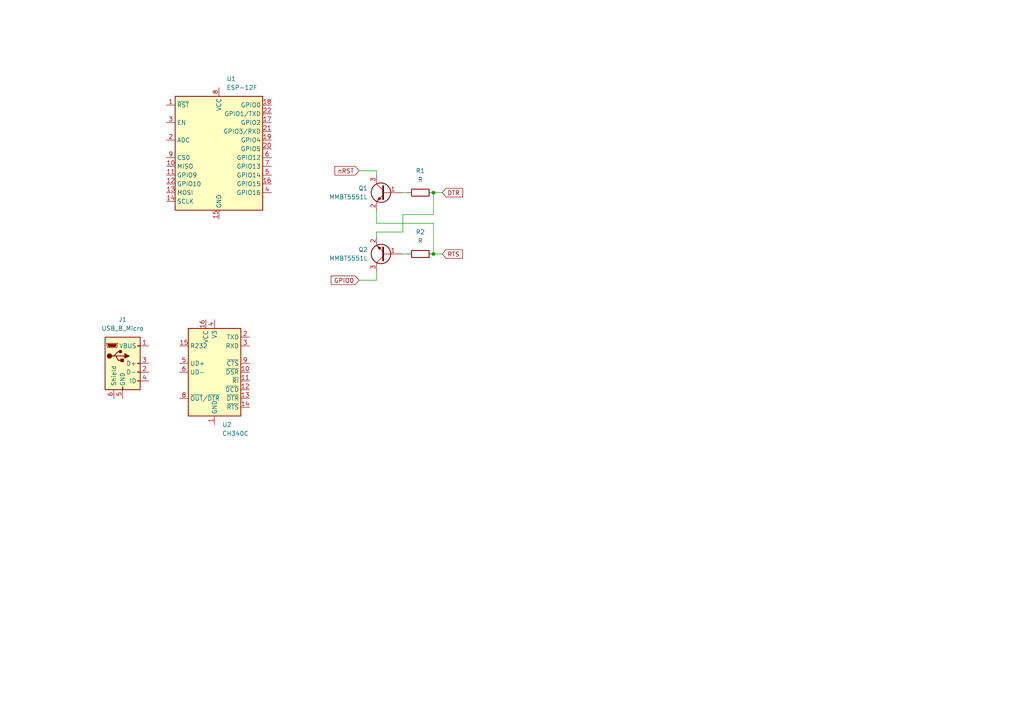
<source format=kicad_sch>
(kicad_sch
	(version 20231120)
	(generator "eeschema")
	(generator_version "8.0")
	(uuid "68bd4d4a-9222-4bca-8e8f-d733cf3bfe0f")
	(paper "A4")
	(lib_symbols
		(symbol "Connector:USB_B_Micro"
			(pin_names
				(offset 1.016)
			)
			(exclude_from_sim no)
			(in_bom yes)
			(on_board yes)
			(property "Reference" "J"
				(at -5.08 11.43 0)
				(effects
					(font
						(size 1.27 1.27)
					)
					(justify left)
				)
			)
			(property "Value" "USB_B_Micro"
				(at -5.08 8.89 0)
				(effects
					(font
						(size 1.27 1.27)
					)
					(justify left)
				)
			)
			(property "Footprint" ""
				(at 3.81 -1.27 0)
				(effects
					(font
						(size 1.27 1.27)
					)
					(hide yes)
				)
			)
			(property "Datasheet" "~"
				(at 3.81 -1.27 0)
				(effects
					(font
						(size 1.27 1.27)
					)
					(hide yes)
				)
			)
			(property "Description" "USB Micro Type B connector"
				(at 0 0 0)
				(effects
					(font
						(size 1.27 1.27)
					)
					(hide yes)
				)
			)
			(property "ki_keywords" "connector USB micro"
				(at 0 0 0)
				(effects
					(font
						(size 1.27 1.27)
					)
					(hide yes)
				)
			)
			(property "ki_fp_filters" "USB*"
				(at 0 0 0)
				(effects
					(font
						(size 1.27 1.27)
					)
					(hide yes)
				)
			)
			(symbol "USB_B_Micro_0_1"
				(rectangle
					(start -5.08 -7.62)
					(end 5.08 7.62)
					(stroke
						(width 0.254)
						(type default)
					)
					(fill
						(type background)
					)
				)
				(circle
					(center -3.81 2.159)
					(radius 0.635)
					(stroke
						(width 0.254)
						(type default)
					)
					(fill
						(type outline)
					)
				)
				(circle
					(center -0.635 3.429)
					(radius 0.381)
					(stroke
						(width 0.254)
						(type default)
					)
					(fill
						(type outline)
					)
				)
				(rectangle
					(start -0.127 -7.62)
					(end 0.127 -6.858)
					(stroke
						(width 0)
						(type default)
					)
					(fill
						(type none)
					)
				)
				(polyline
					(pts
						(xy -1.905 2.159) (xy 0.635 2.159)
					)
					(stroke
						(width 0.254)
						(type default)
					)
					(fill
						(type none)
					)
				)
				(polyline
					(pts
						(xy -3.175 2.159) (xy -2.54 2.159) (xy -1.27 3.429) (xy -0.635 3.429)
					)
					(stroke
						(width 0.254)
						(type default)
					)
					(fill
						(type none)
					)
				)
				(polyline
					(pts
						(xy -2.54 2.159) (xy -1.905 2.159) (xy -1.27 0.889) (xy 0 0.889)
					)
					(stroke
						(width 0.254)
						(type default)
					)
					(fill
						(type none)
					)
				)
				(polyline
					(pts
						(xy 0.635 2.794) (xy 0.635 1.524) (xy 1.905 2.159) (xy 0.635 2.794)
					)
					(stroke
						(width 0.254)
						(type default)
					)
					(fill
						(type outline)
					)
				)
				(polyline
					(pts
						(xy -4.318 5.588) (xy -1.778 5.588) (xy -2.032 4.826) (xy -4.064 4.826) (xy -4.318 5.588)
					)
					(stroke
						(width 0)
						(type default)
					)
					(fill
						(type outline)
					)
				)
				(polyline
					(pts
						(xy -4.699 5.842) (xy -4.699 5.588) (xy -4.445 4.826) (xy -4.445 4.572) (xy -1.651 4.572) (xy -1.651 4.826)
						(xy -1.397 5.588) (xy -1.397 5.842) (xy -4.699 5.842)
					)
					(stroke
						(width 0)
						(type default)
					)
					(fill
						(type none)
					)
				)
				(rectangle
					(start 0.254 1.27)
					(end -0.508 0.508)
					(stroke
						(width 0.254)
						(type default)
					)
					(fill
						(type outline)
					)
				)
				(rectangle
					(start 5.08 -5.207)
					(end 4.318 -4.953)
					(stroke
						(width 0)
						(type default)
					)
					(fill
						(type none)
					)
				)
				(rectangle
					(start 5.08 -2.667)
					(end 4.318 -2.413)
					(stroke
						(width 0)
						(type default)
					)
					(fill
						(type none)
					)
				)
				(rectangle
					(start 5.08 -0.127)
					(end 4.318 0.127)
					(stroke
						(width 0)
						(type default)
					)
					(fill
						(type none)
					)
				)
				(rectangle
					(start 5.08 4.953)
					(end 4.318 5.207)
					(stroke
						(width 0)
						(type default)
					)
					(fill
						(type none)
					)
				)
			)
			(symbol "USB_B_Micro_1_1"
				(pin power_out line
					(at 7.62 5.08 180)
					(length 2.54)
					(name "VBUS"
						(effects
							(font
								(size 1.27 1.27)
							)
						)
					)
					(number "1"
						(effects
							(font
								(size 1.27 1.27)
							)
						)
					)
				)
				(pin bidirectional line
					(at 7.62 -2.54 180)
					(length 2.54)
					(name "D-"
						(effects
							(font
								(size 1.27 1.27)
							)
						)
					)
					(number "2"
						(effects
							(font
								(size 1.27 1.27)
							)
						)
					)
				)
				(pin bidirectional line
					(at 7.62 0 180)
					(length 2.54)
					(name "D+"
						(effects
							(font
								(size 1.27 1.27)
							)
						)
					)
					(number "3"
						(effects
							(font
								(size 1.27 1.27)
							)
						)
					)
				)
				(pin passive line
					(at 7.62 -5.08 180)
					(length 2.54)
					(name "ID"
						(effects
							(font
								(size 1.27 1.27)
							)
						)
					)
					(number "4"
						(effects
							(font
								(size 1.27 1.27)
							)
						)
					)
				)
				(pin power_out line
					(at 0 -10.16 90)
					(length 2.54)
					(name "GND"
						(effects
							(font
								(size 1.27 1.27)
							)
						)
					)
					(number "5"
						(effects
							(font
								(size 1.27 1.27)
							)
						)
					)
				)
				(pin passive line
					(at -2.54 -10.16 90)
					(length 2.54)
					(name "Shield"
						(effects
							(font
								(size 1.27 1.27)
							)
						)
					)
					(number "6"
						(effects
							(font
								(size 1.27 1.27)
							)
						)
					)
				)
			)
		)
		(symbol "Device:R"
			(pin_numbers hide)
			(pin_names
				(offset 0)
			)
			(exclude_from_sim no)
			(in_bom yes)
			(on_board yes)
			(property "Reference" "R"
				(at 2.032 0 90)
				(effects
					(font
						(size 1.27 1.27)
					)
				)
			)
			(property "Value" "R"
				(at 0 0 90)
				(effects
					(font
						(size 1.27 1.27)
					)
				)
			)
			(property "Footprint" ""
				(at -1.778 0 90)
				(effects
					(font
						(size 1.27 1.27)
					)
					(hide yes)
				)
			)
			(property "Datasheet" "~"
				(at 0 0 0)
				(effects
					(font
						(size 1.27 1.27)
					)
					(hide yes)
				)
			)
			(property "Description" "Resistor"
				(at 0 0 0)
				(effects
					(font
						(size 1.27 1.27)
					)
					(hide yes)
				)
			)
			(property "ki_keywords" "R res resistor"
				(at 0 0 0)
				(effects
					(font
						(size 1.27 1.27)
					)
					(hide yes)
				)
			)
			(property "ki_fp_filters" "R_*"
				(at 0 0 0)
				(effects
					(font
						(size 1.27 1.27)
					)
					(hide yes)
				)
			)
			(symbol "R_0_1"
				(rectangle
					(start -1.016 -2.54)
					(end 1.016 2.54)
					(stroke
						(width 0.254)
						(type default)
					)
					(fill
						(type none)
					)
				)
			)
			(symbol "R_1_1"
				(pin passive line
					(at 0 3.81 270)
					(length 1.27)
					(name "~"
						(effects
							(font
								(size 1.27 1.27)
							)
						)
					)
					(number "1"
						(effects
							(font
								(size 1.27 1.27)
							)
						)
					)
				)
				(pin passive line
					(at 0 -3.81 90)
					(length 1.27)
					(name "~"
						(effects
							(font
								(size 1.27 1.27)
							)
						)
					)
					(number "2"
						(effects
							(font
								(size 1.27 1.27)
							)
						)
					)
				)
			)
		)
		(symbol "Interface_USB:CH340C"
			(exclude_from_sim no)
			(in_bom yes)
			(on_board yes)
			(property "Reference" "U"
				(at -5.08 13.97 0)
				(effects
					(font
						(size 1.27 1.27)
					)
					(justify right)
				)
			)
			(property "Value" "CH340C"
				(at 1.27 13.97 0)
				(effects
					(font
						(size 1.27 1.27)
					)
					(justify left)
				)
			)
			(property "Footprint" "Package_SO:SOIC-16_3.9x9.9mm_P1.27mm"
				(at 1.27 -13.97 0)
				(effects
					(font
						(size 1.27 1.27)
					)
					(justify left)
					(hide yes)
				)
			)
			(property "Datasheet" "https://datasheet.lcsc.com/szlcsc/Jiangsu-Qin-Heng-CH340C_C84681.pdf"
				(at -8.89 20.32 0)
				(effects
					(font
						(size 1.27 1.27)
					)
					(hide yes)
				)
			)
			(property "Description" "USB serial converter, UART, SOIC-16"
				(at 0 0 0)
				(effects
					(font
						(size 1.27 1.27)
					)
					(hide yes)
				)
			)
			(property "ki_keywords" "USB UART Serial Converter Interface"
				(at 0 0 0)
				(effects
					(font
						(size 1.27 1.27)
					)
					(hide yes)
				)
			)
			(property "ki_fp_filters" "SOIC*3.9x9.9mm*P1.27mm*"
				(at 0 0 0)
				(effects
					(font
						(size 1.27 1.27)
					)
					(hide yes)
				)
			)
			(symbol "CH340C_0_1"
				(rectangle
					(start -7.62 12.7)
					(end 7.62 -12.7)
					(stroke
						(width 0.254)
						(type default)
					)
					(fill
						(type background)
					)
				)
			)
			(symbol "CH340C_1_1"
				(pin power_in line
					(at 0 -15.24 90)
					(length 2.54)
					(name "GND"
						(effects
							(font
								(size 1.27 1.27)
							)
						)
					)
					(number "1"
						(effects
							(font
								(size 1.27 1.27)
							)
						)
					)
				)
				(pin input line
					(at 10.16 0 180)
					(length 2.54)
					(name "~{DSR}"
						(effects
							(font
								(size 1.27 1.27)
							)
						)
					)
					(number "10"
						(effects
							(font
								(size 1.27 1.27)
							)
						)
					)
				)
				(pin input line
					(at 10.16 -2.54 180)
					(length 2.54)
					(name "~{RI}"
						(effects
							(font
								(size 1.27 1.27)
							)
						)
					)
					(number "11"
						(effects
							(font
								(size 1.27 1.27)
							)
						)
					)
				)
				(pin input line
					(at 10.16 -5.08 180)
					(length 2.54)
					(name "~{DCD}"
						(effects
							(font
								(size 1.27 1.27)
							)
						)
					)
					(number "12"
						(effects
							(font
								(size 1.27 1.27)
							)
						)
					)
				)
				(pin output line
					(at 10.16 -7.62 180)
					(length 2.54)
					(name "~{DTR}"
						(effects
							(font
								(size 1.27 1.27)
							)
						)
					)
					(number "13"
						(effects
							(font
								(size 1.27 1.27)
							)
						)
					)
				)
				(pin output line
					(at 10.16 -10.16 180)
					(length 2.54)
					(name "~{RTS}"
						(effects
							(font
								(size 1.27 1.27)
							)
						)
					)
					(number "14"
						(effects
							(font
								(size 1.27 1.27)
							)
						)
					)
				)
				(pin input line
					(at -10.16 7.62 0)
					(length 2.54)
					(name "R232"
						(effects
							(font
								(size 1.27 1.27)
							)
						)
					)
					(number "15"
						(effects
							(font
								(size 1.27 1.27)
							)
						)
					)
				)
				(pin power_in line
					(at -2.54 15.24 270)
					(length 2.54)
					(name "VCC"
						(effects
							(font
								(size 1.27 1.27)
							)
						)
					)
					(number "16"
						(effects
							(font
								(size 1.27 1.27)
							)
						)
					)
				)
				(pin output line
					(at 10.16 10.16 180)
					(length 2.54)
					(name "TXD"
						(effects
							(font
								(size 1.27 1.27)
							)
						)
					)
					(number "2"
						(effects
							(font
								(size 1.27 1.27)
							)
						)
					)
				)
				(pin input line
					(at 10.16 7.62 180)
					(length 2.54)
					(name "RXD"
						(effects
							(font
								(size 1.27 1.27)
							)
						)
					)
					(number "3"
						(effects
							(font
								(size 1.27 1.27)
							)
						)
					)
				)
				(pin power_out line
					(at 0 15.24 270)
					(length 2.54)
					(name "V3"
						(effects
							(font
								(size 1.27 1.27)
							)
						)
					)
					(number "4"
						(effects
							(font
								(size 1.27 1.27)
							)
						)
					)
				)
				(pin bidirectional line
					(at -10.16 2.54 0)
					(length 2.54)
					(name "UD+"
						(effects
							(font
								(size 1.27 1.27)
							)
						)
					)
					(number "5"
						(effects
							(font
								(size 1.27 1.27)
							)
						)
					)
				)
				(pin bidirectional line
					(at -10.16 0 0)
					(length 2.54)
					(name "UD-"
						(effects
							(font
								(size 1.27 1.27)
							)
						)
					)
					(number "6"
						(effects
							(font
								(size 1.27 1.27)
							)
						)
					)
				)
				(pin no_connect line
					(at -7.62 -5.08 0)
					(length 2.54) hide
					(name "NC"
						(effects
							(font
								(size 1.27 1.27)
							)
						)
					)
					(number "7"
						(effects
							(font
								(size 1.27 1.27)
							)
						)
					)
				)
				(pin output line
					(at -10.16 -7.62 0)
					(length 2.54)
					(name "~{OUT}/~{DTR}"
						(effects
							(font
								(size 1.27 1.27)
							)
						)
					)
					(number "8"
						(effects
							(font
								(size 1.27 1.27)
							)
						)
					)
				)
				(pin input line
					(at 10.16 2.54 180)
					(length 2.54)
					(name "~{CTS}"
						(effects
							(font
								(size 1.27 1.27)
							)
						)
					)
					(number "9"
						(effects
							(font
								(size 1.27 1.27)
							)
						)
					)
				)
			)
		)
		(symbol "RF_Module:ESP-12F"
			(exclude_from_sim no)
			(in_bom yes)
			(on_board yes)
			(property "Reference" "U"
				(at -12.7 19.05 0)
				(effects
					(font
						(size 1.27 1.27)
					)
					(justify left)
				)
			)
			(property "Value" "ESP-12F"
				(at 12.7 19.05 0)
				(effects
					(font
						(size 1.27 1.27)
					)
					(justify right)
				)
			)
			(property "Footprint" "RF_Module:ESP-12E"
				(at 0 0 0)
				(effects
					(font
						(size 1.27 1.27)
					)
					(hide yes)
				)
			)
			(property "Datasheet" "http://wiki.ai-thinker.com/_media/esp8266/esp8266_series_modules_user_manual_v1.1.pdf"
				(at -8.89 2.54 0)
				(effects
					(font
						(size 1.27 1.27)
					)
					(hide yes)
				)
			)
			(property "Description" "802.11 b/g/n Wi-Fi Module"
				(at 0 0 0)
				(effects
					(font
						(size 1.27 1.27)
					)
					(hide yes)
				)
			)
			(property "ki_keywords" "802.11 Wi-Fi"
				(at 0 0 0)
				(effects
					(font
						(size 1.27 1.27)
					)
					(hide yes)
				)
			)
			(property "ki_fp_filters" "ESP?12*"
				(at 0 0 0)
				(effects
					(font
						(size 1.27 1.27)
					)
					(hide yes)
				)
			)
			(symbol "ESP-12F_0_1"
				(rectangle
					(start -12.7 17.78)
					(end 12.7 -15.24)
					(stroke
						(width 0.254)
						(type default)
					)
					(fill
						(type background)
					)
				)
			)
			(symbol "ESP-12F_1_1"
				(pin input line
					(at -15.24 15.24 0)
					(length 2.54)
					(name "~{RST}"
						(effects
							(font
								(size 1.27 1.27)
							)
						)
					)
					(number "1"
						(effects
							(font
								(size 1.27 1.27)
							)
						)
					)
				)
				(pin bidirectional line
					(at -15.24 -2.54 0)
					(length 2.54)
					(name "MISO"
						(effects
							(font
								(size 1.27 1.27)
							)
						)
					)
					(number "10"
						(effects
							(font
								(size 1.27 1.27)
							)
						)
					)
				)
				(pin bidirectional line
					(at -15.24 -5.08 0)
					(length 2.54)
					(name "GPIO9"
						(effects
							(font
								(size 1.27 1.27)
							)
						)
					)
					(number "11"
						(effects
							(font
								(size 1.27 1.27)
							)
						)
					)
				)
				(pin bidirectional line
					(at -15.24 -7.62 0)
					(length 2.54)
					(name "GPIO10"
						(effects
							(font
								(size 1.27 1.27)
							)
						)
					)
					(number "12"
						(effects
							(font
								(size 1.27 1.27)
							)
						)
					)
				)
				(pin bidirectional line
					(at -15.24 -10.16 0)
					(length 2.54)
					(name "MOSI"
						(effects
							(font
								(size 1.27 1.27)
							)
						)
					)
					(number "13"
						(effects
							(font
								(size 1.27 1.27)
							)
						)
					)
				)
				(pin bidirectional line
					(at -15.24 -12.7 0)
					(length 2.54)
					(name "SCLK"
						(effects
							(font
								(size 1.27 1.27)
							)
						)
					)
					(number "14"
						(effects
							(font
								(size 1.27 1.27)
							)
						)
					)
				)
				(pin power_in line
					(at 0 -17.78 90)
					(length 2.54)
					(name "GND"
						(effects
							(font
								(size 1.27 1.27)
							)
						)
					)
					(number "15"
						(effects
							(font
								(size 1.27 1.27)
							)
						)
					)
				)
				(pin bidirectional line
					(at 15.24 -7.62 180)
					(length 2.54)
					(name "GPIO15"
						(effects
							(font
								(size 1.27 1.27)
							)
						)
					)
					(number "16"
						(effects
							(font
								(size 1.27 1.27)
							)
						)
					)
				)
				(pin bidirectional line
					(at 15.24 10.16 180)
					(length 2.54)
					(name "GPIO2"
						(effects
							(font
								(size 1.27 1.27)
							)
						)
					)
					(number "17"
						(effects
							(font
								(size 1.27 1.27)
							)
						)
					)
				)
				(pin bidirectional line
					(at 15.24 15.24 180)
					(length 2.54)
					(name "GPIO0"
						(effects
							(font
								(size 1.27 1.27)
							)
						)
					)
					(number "18"
						(effects
							(font
								(size 1.27 1.27)
							)
						)
					)
				)
				(pin bidirectional line
					(at 15.24 5.08 180)
					(length 2.54)
					(name "GPIO4"
						(effects
							(font
								(size 1.27 1.27)
							)
						)
					)
					(number "19"
						(effects
							(font
								(size 1.27 1.27)
							)
						)
					)
				)
				(pin input line
					(at -15.24 5.08 0)
					(length 2.54)
					(name "ADC"
						(effects
							(font
								(size 1.27 1.27)
							)
						)
					)
					(number "2"
						(effects
							(font
								(size 1.27 1.27)
							)
						)
					)
				)
				(pin bidirectional line
					(at 15.24 2.54 180)
					(length 2.54)
					(name "GPIO5"
						(effects
							(font
								(size 1.27 1.27)
							)
						)
					)
					(number "20"
						(effects
							(font
								(size 1.27 1.27)
							)
						)
					)
				)
				(pin bidirectional line
					(at 15.24 7.62 180)
					(length 2.54)
					(name "GPIO3/RXD"
						(effects
							(font
								(size 1.27 1.27)
							)
						)
					)
					(number "21"
						(effects
							(font
								(size 1.27 1.27)
							)
						)
					)
				)
				(pin bidirectional line
					(at 15.24 12.7 180)
					(length 2.54)
					(name "GPIO1/TXD"
						(effects
							(font
								(size 1.27 1.27)
							)
						)
					)
					(number "22"
						(effects
							(font
								(size 1.27 1.27)
							)
						)
					)
				)
				(pin input line
					(at -15.24 10.16 0)
					(length 2.54)
					(name "EN"
						(effects
							(font
								(size 1.27 1.27)
							)
						)
					)
					(number "3"
						(effects
							(font
								(size 1.27 1.27)
							)
						)
					)
				)
				(pin bidirectional line
					(at 15.24 -10.16 180)
					(length 2.54)
					(name "GPIO16"
						(effects
							(font
								(size 1.27 1.27)
							)
						)
					)
					(number "4"
						(effects
							(font
								(size 1.27 1.27)
							)
						)
					)
				)
				(pin bidirectional line
					(at 15.24 -5.08 180)
					(length 2.54)
					(name "GPIO14"
						(effects
							(font
								(size 1.27 1.27)
							)
						)
					)
					(number "5"
						(effects
							(font
								(size 1.27 1.27)
							)
						)
					)
				)
				(pin bidirectional line
					(at 15.24 0 180)
					(length 2.54)
					(name "GPIO12"
						(effects
							(font
								(size 1.27 1.27)
							)
						)
					)
					(number "6"
						(effects
							(font
								(size 1.27 1.27)
							)
						)
					)
				)
				(pin bidirectional line
					(at 15.24 -2.54 180)
					(length 2.54)
					(name "GPIO13"
						(effects
							(font
								(size 1.27 1.27)
							)
						)
					)
					(number "7"
						(effects
							(font
								(size 1.27 1.27)
							)
						)
					)
				)
				(pin power_in line
					(at 0 20.32 270)
					(length 2.54)
					(name "VCC"
						(effects
							(font
								(size 1.27 1.27)
							)
						)
					)
					(number "8"
						(effects
							(font
								(size 1.27 1.27)
							)
						)
					)
				)
				(pin input line
					(at -15.24 0 0)
					(length 2.54)
					(name "CS0"
						(effects
							(font
								(size 1.27 1.27)
							)
						)
					)
					(number "9"
						(effects
							(font
								(size 1.27 1.27)
							)
						)
					)
				)
			)
		)
		(symbol "Transistor_BJT:MMBT5551L"
			(pin_names
				(offset 0) hide)
			(exclude_from_sim no)
			(in_bom yes)
			(on_board yes)
			(property "Reference" "Q"
				(at 5.08 1.905 0)
				(effects
					(font
						(size 1.27 1.27)
					)
					(justify left)
				)
			)
			(property "Value" "MMBT5551L"
				(at 5.08 0 0)
				(effects
					(font
						(size 1.27 1.27)
					)
					(justify left)
				)
			)
			(property "Footprint" "Package_TO_SOT_SMD:SOT-23"
				(at 5.08 -1.905 0)
				(effects
					(font
						(size 1.27 1.27)
						(italic yes)
					)
					(justify left)
					(hide yes)
				)
			)
			(property "Datasheet" "www.onsemi.com/pub/Collateral/MMBT5550LT1-D.PDF"
				(at 0 0 0)
				(effects
					(font
						(size 1.27 1.27)
					)
					(justify left)
					(hide yes)
				)
			)
			(property "Description" "0.6A Ic, 160V Vce, NPN Transistor, SOT-23"
				(at 0 0 0)
				(effects
					(font
						(size 1.27 1.27)
					)
					(hide yes)
				)
			)
			(property "ki_keywords" "NPN Transistor"
				(at 0 0 0)
				(effects
					(font
						(size 1.27 1.27)
					)
					(hide yes)
				)
			)
			(property "ki_fp_filters" "SOT?23*"
				(at 0 0 0)
				(effects
					(font
						(size 1.27 1.27)
					)
					(hide yes)
				)
			)
			(symbol "MMBT5551L_0_1"
				(polyline
					(pts
						(xy 0.635 0.635) (xy 2.54 2.54)
					)
					(stroke
						(width 0)
						(type default)
					)
					(fill
						(type none)
					)
				)
				(polyline
					(pts
						(xy 0.635 -0.635) (xy 2.54 -2.54) (xy 2.54 -2.54)
					)
					(stroke
						(width 0)
						(type default)
					)
					(fill
						(type none)
					)
				)
				(polyline
					(pts
						(xy 0.635 1.905) (xy 0.635 -1.905) (xy 0.635 -1.905)
					)
					(stroke
						(width 0.508)
						(type default)
					)
					(fill
						(type none)
					)
				)
				(polyline
					(pts
						(xy 1.27 -1.778) (xy 1.778 -1.27) (xy 2.286 -2.286) (xy 1.27 -1.778) (xy 1.27 -1.778)
					)
					(stroke
						(width 0)
						(type default)
					)
					(fill
						(type outline)
					)
				)
				(circle
					(center 1.27 0)
					(radius 2.8194)
					(stroke
						(width 0.254)
						(type default)
					)
					(fill
						(type none)
					)
				)
			)
			(symbol "MMBT5551L_1_1"
				(pin input line
					(at -5.08 0 0)
					(length 5.715)
					(name "B"
						(effects
							(font
								(size 1.27 1.27)
							)
						)
					)
					(number "1"
						(effects
							(font
								(size 1.27 1.27)
							)
						)
					)
				)
				(pin passive line
					(at 2.54 -5.08 90)
					(length 2.54)
					(name "E"
						(effects
							(font
								(size 1.27 1.27)
							)
						)
					)
					(number "2"
						(effects
							(font
								(size 1.27 1.27)
							)
						)
					)
				)
				(pin passive line
					(at 2.54 5.08 270)
					(length 2.54)
					(name "C"
						(effects
							(font
								(size 1.27 1.27)
							)
						)
					)
					(number "3"
						(effects
							(font
								(size 1.27 1.27)
							)
						)
					)
				)
			)
		)
	)
	(junction
		(at 125.73 73.66)
		(diameter 0)
		(color 0 0 0 0)
		(uuid "9fdb47fa-aec7-4bfd-9cdb-941781a582fa")
	)
	(junction
		(at 125.73 55.88)
		(diameter 0)
		(color 0 0 0 0)
		(uuid "b272c38f-c36d-49d3-8324-f16028f08cab")
	)
	(wire
		(pts
			(xy 109.22 49.53) (xy 109.22 50.8)
		)
		(stroke
			(width 0)
			(type default)
		)
		(uuid "0edddde6-69b0-4ec5-a9c4-7056c9fcac73")
	)
	(wire
		(pts
			(xy 104.14 49.53) (xy 109.22 49.53)
		)
		(stroke
			(width 0)
			(type default)
		)
		(uuid "109bf3f9-173a-4824-9d9c-f005693bd8d9")
	)
	(wire
		(pts
			(xy 125.73 55.88) (xy 128.27 55.88)
		)
		(stroke
			(width 0)
			(type default)
		)
		(uuid "1c33d5ff-8b3d-4c77-afff-f29479b7bc98")
	)
	(wire
		(pts
			(xy 116.84 73.66) (xy 118.11 73.66)
		)
		(stroke
			(width 0)
			(type default)
		)
		(uuid "1ee6fdd7-68a2-4239-8733-ecdf28e1418c")
	)
	(wire
		(pts
			(xy 116.84 67.31) (xy 116.84 62.23)
		)
		(stroke
			(width 0)
			(type default)
		)
		(uuid "2a41f3dd-28e6-4ade-8904-43df6635d7fe")
	)
	(wire
		(pts
			(xy 109.22 81.28) (xy 109.22 78.74)
		)
		(stroke
			(width 0)
			(type default)
		)
		(uuid "31b18497-2166-48a5-8cca-dac25650d251")
	)
	(wire
		(pts
			(xy 109.22 67.31) (xy 116.84 67.31)
		)
		(stroke
			(width 0)
			(type default)
		)
		(uuid "352eb7f2-fb47-4b04-b792-dde894608809")
	)
	(wire
		(pts
			(xy 109.22 60.96) (xy 109.22 64.77)
		)
		(stroke
			(width 0)
			(type default)
		)
		(uuid "44905c86-eb69-4505-b753-24aed62cba91")
	)
	(wire
		(pts
			(xy 125.73 73.66) (xy 128.27 73.66)
		)
		(stroke
			(width 0)
			(type default)
		)
		(uuid "4f128554-ed13-4c24-835e-e08fc67ccd9e")
	)
	(wire
		(pts
			(xy 116.84 55.88) (xy 118.11 55.88)
		)
		(stroke
			(width 0)
			(type default)
		)
		(uuid "4fa659bb-13d6-417f-902a-badf9b777ca5")
	)
	(wire
		(pts
			(xy 109.22 64.77) (xy 125.73 64.77)
		)
		(stroke
			(width 0)
			(type default)
		)
		(uuid "5f3c4d0c-4dd5-488d-b058-0c80a289ec00")
	)
	(wire
		(pts
			(xy 116.84 62.23) (xy 125.73 62.23)
		)
		(stroke
			(width 0)
			(type default)
		)
		(uuid "8380d638-43f3-425d-acd7-9ebc507047c8")
	)
	(wire
		(pts
			(xy 125.73 64.77) (xy 125.73 73.66)
		)
		(stroke
			(width 0)
			(type default)
		)
		(uuid "9ba08c70-ba5d-4f80-b873-32d0963b8504")
	)
	(wire
		(pts
			(xy 104.14 81.28) (xy 109.22 81.28)
		)
		(stroke
			(width 0)
			(type default)
		)
		(uuid "a3b4965a-efb3-4e49-a998-7920c268e7ec")
	)
	(wire
		(pts
			(xy 125.73 62.23) (xy 125.73 55.88)
		)
		(stroke
			(width 0)
			(type default)
		)
		(uuid "ee8d049f-9ab5-4689-baf1-1663eca23677")
	)
	(wire
		(pts
			(xy 109.22 68.58) (xy 109.22 67.31)
		)
		(stroke
			(width 0)
			(type default)
		)
		(uuid "f7d16bc9-eab9-4c93-8c7c-bb7549b25fb8")
	)
	(global_label "nRST"
		(shape input)
		(at 104.14 49.53 180)
		(fields_autoplaced yes)
		(effects
			(font
				(size 1.27 1.27)
			)
			(justify right)
		)
		(uuid "01fc9fff-fabd-4752-b245-ea39ef65f3a6")
		(property "Intersheetrefs" "${INTERSHEET_REFS}"
			(at 96.5587 49.53 0)
			(effects
				(font
					(size 1.27 1.27)
				)
				(justify right)
				(hide yes)
			)
		)
	)
	(global_label "DTR"
		(shape input)
		(at 128.27 55.88 0)
		(fields_autoplaced yes)
		(effects
			(font
				(size 1.27 1.27)
			)
			(justify left)
		)
		(uuid "4f0c6fd6-91bb-4aa5-891e-09c7e11d28d9")
		(property "Intersheetrefs" "${INTERSHEET_REFS}"
			(at 134.7628 55.88 0)
			(effects
				(font
					(size 1.27 1.27)
				)
				(justify left)
				(hide yes)
			)
		)
	)
	(global_label "RTS"
		(shape input)
		(at 128.27 73.66 0)
		(fields_autoplaced yes)
		(effects
			(font
				(size 1.27 1.27)
			)
			(justify left)
		)
		(uuid "6f1f0cfc-da72-4ff3-82bc-801784a2dec9")
		(property "Intersheetrefs" "${INTERSHEET_REFS}"
			(at 134.7023 73.66 0)
			(effects
				(font
					(size 1.27 1.27)
				)
				(justify left)
				(hide yes)
			)
		)
	)
	(global_label "GPIO0"
		(shape input)
		(at 104.14 81.28 180)
		(fields_autoplaced yes)
		(effects
			(font
				(size 1.27 1.27)
			)
			(justify right)
		)
		(uuid "f6debd33-8a4a-446c-9c28-46c62c6c78b8")
		(property "Intersheetrefs" "${INTERSHEET_REFS}"
			(at 95.47 81.28 0)
			(effects
				(font
					(size 1.27 1.27)
				)
				(justify right)
				(hide yes)
			)
		)
	)
	(symbol
		(lib_id "Connector:USB_B_Micro")
		(at 35.56 105.41 0)
		(unit 1)
		(exclude_from_sim no)
		(in_bom yes)
		(on_board yes)
		(dnp no)
		(fields_autoplaced yes)
		(uuid "3f83c010-9a59-4874-951c-5c354b5a4003")
		(property "Reference" "J1"
			(at 35.56 92.71 0)
			(effects
				(font
					(size 1.27 1.27)
				)
			)
		)
		(property "Value" "USB_B_Micro"
			(at 35.56 95.25 0)
			(effects
				(font
					(size 1.27 1.27)
				)
			)
		)
		(property "Footprint" "Connector_USB:USB_Micro-B_Wuerth_629105150521"
			(at 39.37 106.68 0)
			(effects
				(font
					(size 1.27 1.27)
				)
				(hide yes)
			)
		)
		(property "Datasheet" "~"
			(at 39.37 106.68 0)
			(effects
				(font
					(size 1.27 1.27)
				)
				(hide yes)
			)
		)
		(property "Description" "USB Micro Type B connector"
			(at 35.56 105.41 0)
			(effects
				(font
					(size 1.27 1.27)
				)
				(hide yes)
			)
		)
		(pin "1"
			(uuid "5a8f4ce9-f10d-4cd2-9657-0ee61751189c")
		)
		(pin "4"
			(uuid "061e650f-c2b3-4317-9175-565c5b776481")
		)
		(pin "5"
			(uuid "71d86721-df26-4c3f-b878-220479dea83c")
		)
		(pin "3"
			(uuid "8bb38f98-84ff-4073-b460-9b0b1fc8fb37")
		)
		(pin "2"
			(uuid "75f1efd7-f8b2-4b50-b015-d5f911f52c60")
		)
		(pin "6"
			(uuid "61e45772-c4c2-4052-89d3-782f24f44b03")
		)
		(instances
			(project "mcuboard-esp12f-led-v0"
				(path "/68bd4d4a-9222-4bca-8e8f-d733cf3bfe0f"
					(reference "J1")
					(unit 1)
				)
			)
		)
	)
	(symbol
		(lib_id "RF_Module:ESP-12F")
		(at 63.5 45.72 0)
		(unit 1)
		(exclude_from_sim no)
		(in_bom yes)
		(on_board yes)
		(dnp no)
		(fields_autoplaced yes)
		(uuid "5e7092f2-1043-42bf-9323-d2a5db792c8f")
		(property "Reference" "U1"
			(at 65.6941 22.86 0)
			(effects
				(font
					(size 1.27 1.27)
				)
				(justify left)
			)
		)
		(property "Value" "ESP-12F"
			(at 65.6941 25.4 0)
			(effects
				(font
					(size 1.27 1.27)
				)
				(justify left)
			)
		)
		(property "Footprint" "RF_Module:ESP-12E"
			(at 63.5 45.72 0)
			(effects
				(font
					(size 1.27 1.27)
				)
				(hide yes)
			)
		)
		(property "Datasheet" "http://wiki.ai-thinker.com/_media/esp8266/esp8266_series_modules_user_manual_v1.1.pdf"
			(at 54.61 43.18 0)
			(effects
				(font
					(size 1.27 1.27)
				)
				(hide yes)
			)
		)
		(property "Description" "802.11 b/g/n Wi-Fi Module"
			(at 63.5 45.72 0)
			(effects
				(font
					(size 1.27 1.27)
				)
				(hide yes)
			)
		)
		(pin "4"
			(uuid "075d8e59-df70-41e1-a86c-2d98c85f3b49")
		)
		(pin "3"
			(uuid "73bcf5d1-fb04-4020-8490-c7629925ce45")
		)
		(pin "7"
			(uuid "ea4093aa-e777-4d84-99f9-be6b83cd6b49")
		)
		(pin "22"
			(uuid "e4670fd2-dba6-418a-82d1-e5f69f7c2e9e")
		)
		(pin "15"
			(uuid "dda2e9ad-45c8-4b2d-bda4-f5a2e83d92d2")
		)
		(pin "8"
			(uuid "be7287cf-c434-42bd-baa6-2a0e71583127")
		)
		(pin "2"
			(uuid "4fa2b181-66c2-4d2f-a8ff-ed481722e980")
		)
		(pin "11"
			(uuid "e5aa3f52-dc64-46e0-a5cd-d2a5b1870bc0")
		)
		(pin "6"
			(uuid "7f3d5535-9430-454e-a6c3-9ae29bbc6b28")
		)
		(pin "1"
			(uuid "e50552f1-ad0d-4ccd-b03a-4e43f85ecd43")
		)
		(pin "5"
			(uuid "432c77e4-f904-4f7b-8f4c-f403fa9c40b5")
		)
		(pin "19"
			(uuid "915975d5-ccaa-45b7-83d1-fb48c66c9a3f")
		)
		(pin "12"
			(uuid "26cb260b-1b67-4f33-85ae-6a0133c108e7")
		)
		(pin "18"
			(uuid "936cd5eb-3149-4549-9b73-b5ae0278d5af")
		)
		(pin "21"
			(uuid "6a172911-affc-4b55-9a8a-37a0cd85fb48")
		)
		(pin "13"
			(uuid "b4c9ce54-7772-4c1a-95ed-b7028505552f")
		)
		(pin "10"
			(uuid "67a4e073-781a-44c7-9f90-fe6320f82c27")
		)
		(pin "14"
			(uuid "844e33a3-8d11-4fad-ab7f-b1a697b46fce")
		)
		(pin "16"
			(uuid "0ea928a1-dfef-4e2e-91d5-5e5fc8214f35")
		)
		(pin "17"
			(uuid "9793631d-13e7-48f6-be15-83ba288fe11f")
		)
		(pin "20"
			(uuid "be6569c4-a7d7-42e3-bf18-2027ed6d74f8")
		)
		(pin "9"
			(uuid "0a92a0a4-2682-4b25-b30d-e9ce3d619aed")
		)
		(instances
			(project "mcuboard-esp12f-led-v0"
				(path "/68bd4d4a-9222-4bca-8e8f-d733cf3bfe0f"
					(reference "U1")
					(unit 1)
				)
			)
		)
	)
	(symbol
		(lib_id "Transistor_BJT:MMBT5551L")
		(at 111.76 73.66 180)
		(unit 1)
		(exclude_from_sim no)
		(in_bom yes)
		(on_board yes)
		(dnp no)
		(fields_autoplaced yes)
		(uuid "937fd503-eca2-4dfa-b624-c09da8ecc1d5")
		(property "Reference" "Q2"
			(at 106.68 72.3899 0)
			(effects
				(font
					(size 1.27 1.27)
				)
				(justify left)
			)
		)
		(property "Value" "MMBT5551L"
			(at 106.68 74.9299 0)
			(effects
				(font
					(size 1.27 1.27)
				)
				(justify left)
			)
		)
		(property "Footprint" "Package_TO_SOT_SMD:SOT-23"
			(at 106.68 71.755 0)
			(effects
				(font
					(size 1.27 1.27)
					(italic yes)
				)
				(justify left)
				(hide yes)
			)
		)
		(property "Datasheet" "www.onsemi.com/pub/Collateral/MMBT5550LT1-D.PDF"
			(at 111.76 73.66 0)
			(effects
				(font
					(size 1.27 1.27)
				)
				(justify left)
				(hide yes)
			)
		)
		(property "Description" "0.6A Ic, 160V Vce, NPN Transistor, SOT-23"
			(at 111.76 73.66 0)
			(effects
				(font
					(size 1.27 1.27)
				)
				(hide yes)
			)
		)
		(pin "1"
			(uuid "cfbd422a-4b19-4005-9023-a6b19d8b7943")
		)
		(pin "3"
			(uuid "08b9b022-f633-42a5-9212-4dd2d9fa62fe")
		)
		(pin "2"
			(uuid "ff267a4c-01cb-4ee4-b571-f247ed6e73af")
		)
		(instances
			(project "mcuboard-esp12f-led-v0"
				(path "/68bd4d4a-9222-4bca-8e8f-d733cf3bfe0f"
					(reference "Q2")
					(unit 1)
				)
			)
		)
	)
	(symbol
		(lib_id "Interface_USB:CH340C")
		(at 62.23 107.95 0)
		(unit 1)
		(exclude_from_sim no)
		(in_bom yes)
		(on_board yes)
		(dnp no)
		(fields_autoplaced yes)
		(uuid "96d431b1-16d6-4927-92eb-f805c9e419bb")
		(property "Reference" "U2"
			(at 64.4241 123.19 0)
			(effects
				(font
					(size 1.27 1.27)
				)
				(justify left)
			)
		)
		(property "Value" "CH340C"
			(at 64.4241 125.73 0)
			(effects
				(font
					(size 1.27 1.27)
				)
				(justify left)
			)
		)
		(property "Footprint" "Package_SO:SOIC-16_3.9x9.9mm_P1.27mm"
			(at 63.5 121.92 0)
			(effects
				(font
					(size 1.27 1.27)
				)
				(justify left)
				(hide yes)
			)
		)
		(property "Datasheet" "https://datasheet.lcsc.com/szlcsc/Jiangsu-Qin-Heng-CH340C_C84681.pdf"
			(at 53.34 87.63 0)
			(effects
				(font
					(size 1.27 1.27)
				)
				(hide yes)
			)
		)
		(property "Description" "USB serial converter, UART, SOIC-16"
			(at 62.23 107.95 0)
			(effects
				(font
					(size 1.27 1.27)
				)
				(hide yes)
			)
		)
		(pin "1"
			(uuid "2a127b52-9333-446c-9424-bf6a9b999e29")
		)
		(pin "11"
			(uuid "a33b7002-8b72-46e0-bdfc-0d9cf7f5a08b")
		)
		(pin "8"
			(uuid "87817659-4f97-4179-8539-5774b06a54cb")
		)
		(pin "4"
			(uuid "39eb510b-6684-468b-b192-004310e83b19")
		)
		(pin "5"
			(uuid "2e0ffb8a-dfc3-40d8-919b-1186d20210e6")
		)
		(pin "2"
			(uuid "f43cda2d-46d0-48c4-b3cf-01cc83dad821")
		)
		(pin "14"
			(uuid "da760f91-acba-4bb5-ad7b-f12aa1349403")
		)
		(pin "15"
			(uuid "f1bfed6a-16ee-4f85-8f81-97502e25e51d")
		)
		(pin "12"
			(uuid "ee1eaaa7-a7dc-4076-96da-d42723f5a4bd")
		)
		(pin "7"
			(uuid "8cca89f7-308f-48ce-9e46-04f091c77298")
		)
		(pin "10"
			(uuid "45718969-b3fb-45a2-84a2-45a928792a7e")
		)
		(pin "16"
			(uuid "3a38904e-0b1f-4182-a943-c2277f336b3d")
		)
		(pin "3"
			(uuid "971bf661-ca53-4338-a345-0861a2e355bf")
		)
		(pin "13"
			(uuid "a5f8a7a4-0011-4f2e-9666-d860308d4f9d")
		)
		(pin "6"
			(uuid "f2cb31b9-8e37-479e-aa97-61cacf23c795")
		)
		(pin "9"
			(uuid "71002448-04e1-4baa-9313-4872eb48f381")
		)
		(instances
			(project "mcuboard-esp12f-led-v0"
				(path "/68bd4d4a-9222-4bca-8e8f-d733cf3bfe0f"
					(reference "U2")
					(unit 1)
				)
			)
		)
	)
	(symbol
		(lib_id "Device:R")
		(at 121.92 55.88 90)
		(unit 1)
		(exclude_from_sim no)
		(in_bom yes)
		(on_board yes)
		(dnp no)
		(fields_autoplaced yes)
		(uuid "a0de6e5e-3f49-4ae0-8c74-fbf4d0863dff")
		(property "Reference" "R1"
			(at 121.92 49.53 90)
			(effects
				(font
					(size 1.27 1.27)
				)
			)
		)
		(property "Value" "R"
			(at 121.92 52.07 90)
			(effects
				(font
					(size 1.27 1.27)
				)
			)
		)
		(property "Footprint" "Resistor_SMD:R_0805_2012Metric_Pad1.20x1.40mm_HandSolder"
			(at 121.92 57.658 90)
			(effects
				(font
					(size 1.27 1.27)
				)
				(hide yes)
			)
		)
		(property "Datasheet" "~"
			(at 121.92 55.88 0)
			(effects
				(font
					(size 1.27 1.27)
				)
				(hide yes)
			)
		)
		(property "Description" "Resistor"
			(at 121.92 55.88 0)
			(effects
				(font
					(size 1.27 1.27)
				)
				(hide yes)
			)
		)
		(pin "1"
			(uuid "f4183718-b453-4e09-9283-705d004c8789")
		)
		(pin "2"
			(uuid "c94c9c88-9a0b-46a7-9dd6-edb3c768c4aa")
		)
		(instances
			(project "mcuboard-esp12f-led-v0"
				(path "/68bd4d4a-9222-4bca-8e8f-d733cf3bfe0f"
					(reference "R1")
					(unit 1)
				)
			)
		)
	)
	(symbol
		(lib_id "Device:R")
		(at 121.92 73.66 90)
		(unit 1)
		(exclude_from_sim no)
		(in_bom yes)
		(on_board yes)
		(dnp no)
		(fields_autoplaced yes)
		(uuid "b31d1b04-8ac0-44e2-8fd9-9dcaaac92d00")
		(property "Reference" "R2"
			(at 121.92 67.31 90)
			(effects
				(font
					(size 1.27 1.27)
				)
			)
		)
		(property "Value" "R"
			(at 121.92 69.85 90)
			(effects
				(font
					(size 1.27 1.27)
				)
			)
		)
		(property "Footprint" "Resistor_SMD:R_0805_2012Metric_Pad1.20x1.40mm_HandSolder"
			(at 121.92 75.438 90)
			(effects
				(font
					(size 1.27 1.27)
				)
				(hide yes)
			)
		)
		(property "Datasheet" "~"
			(at 121.92 73.66 0)
			(effects
				(font
					(size 1.27 1.27)
				)
				(hide yes)
			)
		)
		(property "Description" "Resistor"
			(at 121.92 73.66 0)
			(effects
				(font
					(size 1.27 1.27)
				)
				(hide yes)
			)
		)
		(pin "1"
			(uuid "f0114a85-d17e-46a6-8a4f-064b446f58a9")
		)
		(pin "2"
			(uuid "30ff89b4-4d60-468d-90a6-c73712386e96")
		)
		(instances
			(project "mcuboard-esp12f-led-v0"
				(path "/68bd4d4a-9222-4bca-8e8f-d733cf3bfe0f"
					(reference "R2")
					(unit 1)
				)
			)
		)
	)
	(symbol
		(lib_id "Transistor_BJT:MMBT5551L")
		(at 111.76 55.88 0)
		(mirror y)
		(unit 1)
		(exclude_from_sim no)
		(in_bom yes)
		(on_board yes)
		(dnp no)
		(uuid "ee5f26ec-80d6-48a7-8938-096cbb059ae3")
		(property "Reference" "Q1"
			(at 106.68 54.6099 0)
			(effects
				(font
					(size 1.27 1.27)
				)
				(justify left)
			)
		)
		(property "Value" "MMBT5551L"
			(at 106.68 57.1499 0)
			(effects
				(font
					(size 1.27 1.27)
				)
				(justify left)
			)
		)
		(property "Footprint" "Package_TO_SOT_SMD:SOT-23"
			(at 106.68 57.785 0)
			(effects
				(font
					(size 1.27 1.27)
					(italic yes)
				)
				(justify left)
				(hide yes)
			)
		)
		(property "Datasheet" "www.onsemi.com/pub/Collateral/MMBT5550LT1-D.PDF"
			(at 111.76 55.88 0)
			(effects
				(font
					(size 1.27 1.27)
				)
				(justify left)
				(hide yes)
			)
		)
		(property "Description" "0.6A Ic, 160V Vce, NPN Transistor, SOT-23"
			(at 111.76 55.88 0)
			(effects
				(font
					(size 1.27 1.27)
				)
				(hide yes)
			)
		)
		(pin "1"
			(uuid "66361863-e1f0-4bc3-92fa-9d96732e915f")
		)
		(pin "3"
			(uuid "4604df31-1011-4706-b156-b33addaa28c5")
		)
		(pin "2"
			(uuid "010748a4-4b68-4a38-9b08-135f7ac13e53")
		)
		(instances
			(project "mcuboard-esp12f-led-v0"
				(path "/68bd4d4a-9222-4bca-8e8f-d733cf3bfe0f"
					(reference "Q1")
					(unit 1)
				)
			)
		)
	)
	(sheet_instances
		(path "/"
			(page "1")
		)
	)
)

</source>
